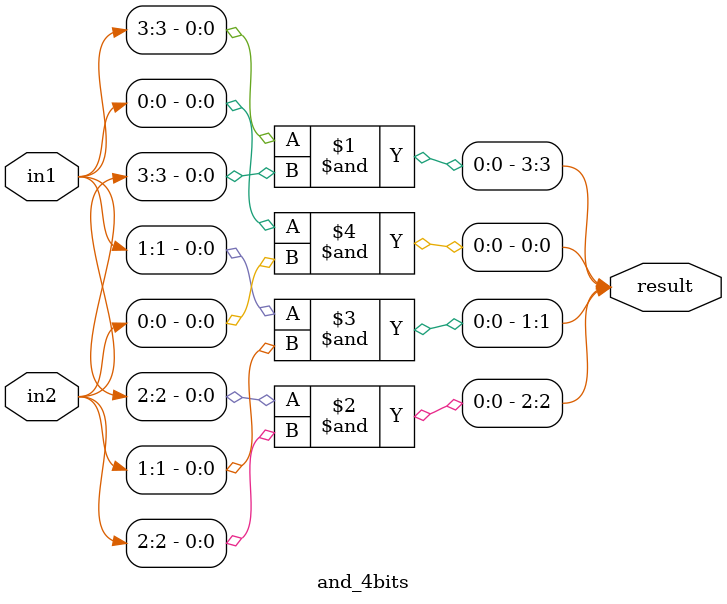
<source format=v>
module and_4bits (output[3:0] result  ,input [3:0] in1,  input [3:0] in2);

	and and1 (result[3], in1[3], in2[3]);
	and and2 (result[2], in1[2], in2[2]);
	and and3 (result[1], in1[1], in2[1]);
	and and4 (result[0], in1[0], in2[0]);

endmodule
</source>
